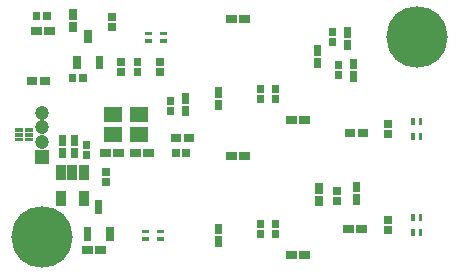
<source format=gbs>
G04 Layer: BottomSolderMaskLayer*
G04 EasyEDA v6.4.20.6, 2021-08-10T23:17:12+08:00*
G04 038dca5a8d274e5a88e6f2799ec95489,d221c9f3c2774e99b69775551637dae4,10*
G04 Gerber Generator version 0.2*
G04 Scale: 100 percent, Rotated: No, Reflected: No *
G04 Dimensions in millimeters *
G04 leading zeros omitted , absolute positions ,4 integer and 5 decimal *
%FSLAX45Y45*%
%MOMM*%

%ADD57C,1.2032*%
%ADD60C,5.2032*%

%LPD*%
G36*
X147065Y1179321D02*
G01*
X147065Y1212087D01*
X215900Y1212087D01*
X215900Y1179321D01*
G37*
G36*
X147065Y1139444D02*
G01*
X147065Y1171955D01*
X215900Y1171955D01*
X215900Y1139444D01*
G37*
G36*
X147065Y1099312D02*
G01*
X147065Y1132078D01*
X215900Y1132078D01*
X215900Y1099312D01*
G37*
G36*
X63500Y1099312D02*
G01*
X63500Y1132078D01*
X132334Y1132078D01*
X132334Y1099312D01*
G37*
G36*
X63500Y1139444D02*
G01*
X63500Y1171955D01*
X132334Y1171955D01*
X132334Y1139444D01*
G37*
G36*
X63500Y1179321D02*
G01*
X63500Y1212087D01*
X132334Y1212087D01*
X132334Y1179321D01*
G37*
G36*
X2241295Y1421892D02*
G01*
X2241295Y1488694D01*
X2305304Y1488694D01*
X2305304Y1421892D01*
G37*
G36*
X2241295Y1508505D02*
G01*
X2241295Y1575307D01*
X2305304Y1575307D01*
X2305304Y1508505D01*
G37*
G36*
X2241295Y278892D02*
G01*
X2241295Y345694D01*
X2305304Y345694D01*
X2305304Y278892D01*
G37*
G36*
X2241295Y365505D02*
G01*
X2241295Y432307D01*
X2305304Y432307D01*
X2305304Y365505D01*
G37*
G36*
X2723895Y1904492D02*
G01*
X2723895Y1971294D01*
X2787904Y1971294D01*
X2787904Y1904492D01*
G37*
G36*
X2723895Y1991105D02*
G01*
X2723895Y2057907D01*
X2787904Y2057907D01*
X2787904Y1991105D01*
G37*
G36*
X641095Y1038605D02*
G01*
X641095Y1105407D01*
X705104Y1105407D01*
X705104Y1038605D01*
G37*
G36*
X641095Y951992D02*
G01*
X641095Y1018794D01*
X705104Y1018794D01*
X705104Y951992D01*
G37*
G36*
X2774695Y1625092D02*
G01*
X2774695Y1691894D01*
X2838704Y1691894D01*
X2838704Y1625092D01*
G37*
G36*
X2774695Y1711705D02*
G01*
X2774695Y1778507D01*
X2838704Y1778507D01*
X2838704Y1711705D01*
G37*
G36*
X2114295Y1508505D02*
G01*
X2114295Y1575307D01*
X2178304Y1575307D01*
X2178304Y1508505D01*
G37*
G36*
X2114295Y1421892D02*
G01*
X2114295Y1488694D01*
X2178304Y1488694D01*
X2178304Y1421892D01*
G37*
G36*
X215392Y2126995D02*
G01*
X215392Y2191004D01*
X282194Y2191004D01*
X282194Y2126995D01*
G37*
G36*
X302005Y2126995D02*
G01*
X302005Y2191004D01*
X368807Y2191004D01*
X368807Y2126995D01*
G37*
G36*
X3193795Y403605D02*
G01*
X3193795Y470407D01*
X3257804Y470407D01*
X3257804Y403605D01*
G37*
G36*
X3193795Y316992D02*
G01*
X3193795Y383794D01*
X3257804Y383794D01*
X3257804Y316992D01*
G37*
G36*
X3193795Y1216405D02*
G01*
X3193795Y1283207D01*
X3257804Y1283207D01*
X3257804Y1216405D01*
G37*
G36*
X3193795Y1129792D02*
G01*
X3193795Y1196594D01*
X3257804Y1196594D01*
X3257804Y1129792D01*
G37*
G36*
X856995Y2031492D02*
G01*
X856995Y2098294D01*
X921004Y2098294D01*
X921004Y2031492D01*
G37*
G36*
X856995Y2118105D02*
G01*
X856995Y2184907D01*
X921004Y2184907D01*
X921004Y2118105D01*
G37*
G36*
X2761995Y644905D02*
G01*
X2761995Y711707D01*
X2826004Y711707D01*
X2826004Y644905D01*
G37*
G36*
X2761995Y558292D02*
G01*
X2761995Y625094D01*
X2826004Y625094D01*
X2826004Y558292D01*
G37*
G36*
X2114295Y365505D02*
G01*
X2114295Y432307D01*
X2178304Y432307D01*
X2178304Y365505D01*
G37*
G36*
X2114295Y278892D02*
G01*
X2114295Y345694D01*
X2178304Y345694D01*
X2178304Y278892D01*
G37*
G36*
X933195Y1737105D02*
G01*
X933195Y1803907D01*
X997204Y1803907D01*
X997204Y1737105D01*
G37*
G36*
X933195Y1650492D02*
G01*
X933195Y1717294D01*
X997204Y1717294D01*
X997204Y1650492D01*
G37*
G36*
X806195Y723392D02*
G01*
X806195Y790194D01*
X870204Y790194D01*
X870204Y723392D01*
G37*
G36*
X806195Y810005D02*
G01*
X806195Y876807D01*
X870204Y876807D01*
X870204Y810005D01*
G37*
G36*
X1072895Y1650492D02*
G01*
X1072895Y1717294D01*
X1136904Y1717294D01*
X1136904Y1650492D01*
G37*
G36*
X1072895Y1737105D02*
G01*
X1072895Y1803907D01*
X1136904Y1803907D01*
X1136904Y1737105D01*
G37*
G36*
X1396491Y971295D02*
G01*
X1396491Y1035304D01*
X1463293Y1035304D01*
X1463293Y971295D01*
G37*
G36*
X1483106Y971295D02*
G01*
X1483106Y1035304D01*
X1549908Y1035304D01*
X1549908Y971295D01*
G37*
G36*
X1263395Y1737105D02*
G01*
X1263395Y1803907D01*
X1327404Y1803907D01*
X1327404Y1737105D01*
G37*
G36*
X1263395Y1650492D02*
G01*
X1263395Y1717294D01*
X1327404Y1717294D01*
X1327404Y1650492D01*
G37*
G36*
X1352295Y1320292D02*
G01*
X1352295Y1387094D01*
X1416304Y1387094D01*
X1416304Y1320292D01*
G37*
G36*
X1352295Y1406905D02*
G01*
X1352295Y1473707D01*
X1416304Y1473707D01*
X1416304Y1406905D01*
G37*
G36*
X414528Y774954D02*
G01*
X414528Y901445D01*
X499871Y901445D01*
X499871Y774954D01*
G37*
G36*
X509523Y774954D02*
G01*
X509523Y901445D01*
X594868Y901445D01*
X594868Y774954D01*
G37*
G36*
X604520Y774954D02*
G01*
X604520Y901445D01*
X689863Y901445D01*
X689863Y774954D01*
G37*
G36*
X604520Y554989D02*
G01*
X604520Y681481D01*
X689863Y681481D01*
X689863Y554989D01*
G37*
G36*
X414528Y554989D02*
G01*
X414528Y681481D01*
X499871Y681481D01*
X499871Y554989D01*
G37*
G36*
X818134Y1264665D02*
G01*
X818134Y1394713D01*
X968502Y1394713D01*
X968502Y1264665D01*
G37*
G36*
X1038097Y1264665D02*
G01*
X1038097Y1394713D01*
X1188465Y1394713D01*
X1188465Y1264665D01*
G37*
G36*
X1038097Y1094486D02*
G01*
X1038097Y1224534D01*
X1188465Y1224534D01*
X1188465Y1094486D01*
G37*
G36*
X818134Y1094486D02*
G01*
X818134Y1224534D01*
X968502Y1224534D01*
X968502Y1094486D01*
G37*
G36*
X654050Y1932686D02*
G01*
X654050Y2046731D01*
X717550Y2046731D01*
X717550Y1932686D01*
G37*
G36*
X749045Y1712468D02*
G01*
X749045Y1826513D01*
X812545Y1826513D01*
X812545Y1712468D01*
G37*
G36*
X559054Y1712468D02*
G01*
X559054Y1826513D01*
X622554Y1826513D01*
X622554Y1712468D01*
G37*
G36*
X837945Y259842D02*
G01*
X837945Y376936D01*
X901445Y376936D01*
X901445Y259842D01*
G37*
G36*
X647954Y259842D02*
G01*
X647954Y376936D01*
X711454Y376936D01*
X711454Y259842D01*
G37*
G36*
X742950Y486663D02*
G01*
X742950Y604012D01*
X806450Y604012D01*
X806450Y486663D01*
G37*
G36*
X1223799Y1998685D02*
G01*
X1223799Y2028687D01*
X1163800Y2028687D01*
X1163800Y1998685D01*
G37*
G36*
X1223799Y1933686D02*
G01*
X1223799Y1963689D01*
X1163800Y1963689D01*
X1163800Y1933686D01*
G37*
G36*
X1265400Y287314D02*
G01*
X1265400Y257312D01*
X1325399Y257312D01*
X1325399Y287314D01*
G37*
G36*
X1265400Y352313D02*
G01*
X1265400Y322310D01*
X1325399Y322310D01*
X1325399Y352313D01*
G37*
G36*
X1138400Y287314D02*
G01*
X1138400Y257312D01*
X1198399Y257312D01*
X1198399Y287314D01*
G37*
G36*
X1138400Y352313D02*
G01*
X1138400Y322310D01*
X1198399Y322310D01*
X1198399Y352313D01*
G37*
G36*
X1350799Y1998685D02*
G01*
X1350799Y2028687D01*
X1290800Y2028687D01*
X1290800Y1998685D01*
G37*
G36*
X1350799Y1933686D02*
G01*
X1350799Y1963689D01*
X1290800Y1963689D01*
X1290800Y1933686D01*
G37*
G36*
X3484585Y1113000D02*
G01*
X3514587Y1113000D01*
X3514587Y1172999D01*
X3484585Y1172999D01*
G37*
G36*
X3419586Y1113000D02*
G01*
X3449589Y1113000D01*
X3449589Y1172999D01*
X3419586Y1172999D01*
G37*
G36*
X3484585Y300200D02*
G01*
X3514587Y300200D01*
X3514587Y360199D01*
X3484585Y360199D01*
G37*
G36*
X3419586Y300200D02*
G01*
X3449589Y300200D01*
X3449589Y360199D01*
X3419586Y360199D01*
G37*
G36*
X3484585Y1240000D02*
G01*
X3514587Y1240000D01*
X3514587Y1299999D01*
X3484585Y1299999D01*
G37*
G36*
X3419586Y1240000D02*
G01*
X3449589Y1240000D01*
X3449589Y1299999D01*
X3419586Y1299999D01*
G37*
G36*
X3484585Y427200D02*
G01*
X3514587Y427200D01*
X3514587Y487199D01*
X3484585Y487199D01*
G37*
G36*
X3419586Y427200D02*
G01*
X3449589Y427200D01*
X3449589Y487199D01*
X3419586Y487199D01*
G37*
G36*
X1386840Y1098295D02*
G01*
X1386840Y1162304D01*
X1475993Y1162304D01*
X1475993Y1098295D01*
G37*
G36*
X1495806Y1098295D02*
G01*
X1495806Y1162304D01*
X1584959Y1162304D01*
X1584959Y1098295D01*
G37*
G36*
X898905Y971295D02*
G01*
X898905Y1035304D01*
X988060Y1035304D01*
X988060Y971295D01*
G37*
G36*
X789939Y971295D02*
G01*
X789939Y1035304D01*
X879094Y1035304D01*
X879094Y971295D01*
G37*
G36*
X1479295Y1419605D02*
G01*
X1479295Y1508760D01*
X1543304Y1508760D01*
X1543304Y1419605D01*
G37*
G36*
X1479295Y1310639D02*
G01*
X1479295Y1399794D01*
X1543304Y1399794D01*
X1543304Y1310639D01*
G37*
G36*
X437895Y955039D02*
G01*
X437895Y1044194D01*
X501904Y1044194D01*
X501904Y955039D01*
G37*
G36*
X437895Y1064005D02*
G01*
X437895Y1153160D01*
X501904Y1153160D01*
X501904Y1064005D01*
G37*
G36*
X1152905Y971295D02*
G01*
X1152905Y1035304D01*
X1242060Y1035304D01*
X1242060Y971295D01*
G37*
G36*
X1043939Y971295D02*
G01*
X1043939Y1035304D01*
X1133094Y1035304D01*
X1133094Y971295D01*
G37*
G36*
X2609595Y548639D02*
G01*
X2609595Y637794D01*
X2673604Y637794D01*
X2673604Y548639D01*
G37*
G36*
X2609595Y657605D02*
G01*
X2609595Y746760D01*
X2673604Y746760D01*
X2673604Y657605D01*
G37*
G36*
X2364740Y107695D02*
G01*
X2364740Y171704D01*
X2453893Y171704D01*
X2453893Y107695D01*
G37*
G36*
X2473706Y107695D02*
G01*
X2473706Y171704D01*
X2562859Y171704D01*
X2562859Y107695D01*
G37*
G36*
X1758695Y314705D02*
G01*
X1758695Y403860D01*
X1822704Y403860D01*
X1822704Y314705D01*
G37*
G36*
X1758695Y205739D02*
G01*
X1758695Y294894D01*
X1822704Y294894D01*
X1822704Y205739D01*
G37*
G36*
X1965706Y945895D02*
G01*
X1965706Y1009904D01*
X2054859Y1009904D01*
X2054859Y945895D01*
G37*
G36*
X1856740Y945895D02*
G01*
X1856740Y1009904D01*
X1945893Y1009904D01*
X1945893Y945895D01*
G37*
G36*
X2927095Y670305D02*
G01*
X2927095Y759460D01*
X2991104Y759460D01*
X2991104Y670305D01*
G37*
G36*
X2927095Y561339D02*
G01*
X2927095Y650494D01*
X2991104Y650494D01*
X2991104Y561339D01*
G37*
G36*
X637539Y145795D02*
G01*
X637539Y209804D01*
X726694Y209804D01*
X726694Y145795D01*
G37*
G36*
X746505Y145795D02*
G01*
X746505Y209804D01*
X835660Y209804D01*
X835660Y145795D01*
G37*
G36*
X526795Y2130805D02*
G01*
X526795Y2219960D01*
X590804Y2219960D01*
X590804Y2130805D01*
G37*
G36*
X526795Y2021839D02*
G01*
X526795Y2110994D01*
X590804Y2110994D01*
X590804Y2021839D01*
G37*
G36*
X2596895Y1717039D02*
G01*
X2596895Y1806194D01*
X2660904Y1806194D01*
X2660904Y1717039D01*
G37*
G36*
X2596895Y1826005D02*
G01*
X2596895Y1915160D01*
X2660904Y1915160D01*
X2660904Y1826005D01*
G37*
G36*
X2860040Y1136395D02*
G01*
X2860040Y1200404D01*
X2949193Y1200404D01*
X2949193Y1136395D01*
G37*
G36*
X2969006Y1136395D02*
G01*
X2969006Y1200404D01*
X3058159Y1200404D01*
X3058159Y1136395D01*
G37*
G36*
X2847340Y323595D02*
G01*
X2847340Y387604D01*
X2936493Y387604D01*
X2936493Y323595D01*
G37*
G36*
X2956306Y323595D02*
G01*
X2956306Y387604D01*
X3045459Y387604D01*
X3045459Y323595D01*
G37*
G36*
X2364740Y1250695D02*
G01*
X2364740Y1314704D01*
X2453893Y1314704D01*
X2453893Y1250695D01*
G37*
G36*
X2473706Y1250695D02*
G01*
X2473706Y1314704D01*
X2562859Y1314704D01*
X2562859Y1250695D01*
G37*
G36*
X1758695Y1470405D02*
G01*
X1758695Y1559560D01*
X1822704Y1559560D01*
X1822704Y1470405D01*
G37*
G36*
X1758695Y1361439D02*
G01*
X1758695Y1450594D01*
X1822704Y1450594D01*
X1822704Y1361439D01*
G37*
G36*
X1965706Y2101595D02*
G01*
X1965706Y2165604D01*
X2054859Y2165604D01*
X2054859Y2101595D01*
G37*
G36*
X1856740Y2101595D02*
G01*
X1856740Y2165604D01*
X1945893Y2165604D01*
X1945893Y2101595D01*
G37*
G36*
X2901695Y1711705D02*
G01*
X2901695Y1800860D01*
X2965704Y1800860D01*
X2965704Y1711705D01*
G37*
G36*
X2901695Y1602739D02*
G01*
X2901695Y1691894D01*
X2965704Y1691894D01*
X2965704Y1602739D01*
G37*
G36*
X539495Y955039D02*
G01*
X539495Y1044194D01*
X603504Y1044194D01*
X603504Y955039D01*
G37*
G36*
X539495Y1064005D02*
G01*
X539495Y1153160D01*
X603504Y1153160D01*
X603504Y1064005D01*
G37*
G36*
X2850895Y1978405D02*
G01*
X2850895Y2067560D01*
X2914904Y2067560D01*
X2914904Y1978405D01*
G37*
G36*
X2850895Y1869439D02*
G01*
X2850895Y1958594D01*
X2914904Y1958594D01*
X2914904Y1869439D01*
G37*
G36*
X205739Y1999995D02*
G01*
X205739Y2064004D01*
X294894Y2064004D01*
X294894Y1999995D01*
G37*
G36*
X314705Y1999995D02*
G01*
X314705Y2064004D01*
X403860Y2064004D01*
X403860Y1999995D01*
G37*
G36*
X167639Y1580895D02*
G01*
X167639Y1644904D01*
X256794Y1644904D01*
X256794Y1580895D01*
G37*
G36*
X276605Y1580895D02*
G01*
X276605Y1644904D01*
X365760Y1644904D01*
X365760Y1580895D01*
G37*
G36*
X606805Y1606295D02*
G01*
X606805Y1670304D01*
X673607Y1670304D01*
X673607Y1606295D01*
G37*
G36*
X520192Y1606295D02*
G01*
X520192Y1670304D01*
X586994Y1670304D01*
X586994Y1606295D01*
G37*
D57*
G01*
X292100Y1342212D03*
G01*
X292100Y1217193D03*
G01*
X292100Y1092200D03*
G36*
X231902Y907034D02*
G01*
X231902Y1027429D01*
X352297Y1027429D01*
X352297Y907034D01*
G37*
D60*
G01*
X292100Y292100D03*
G01*
X3467100Y1981200D03*
M02*

</source>
